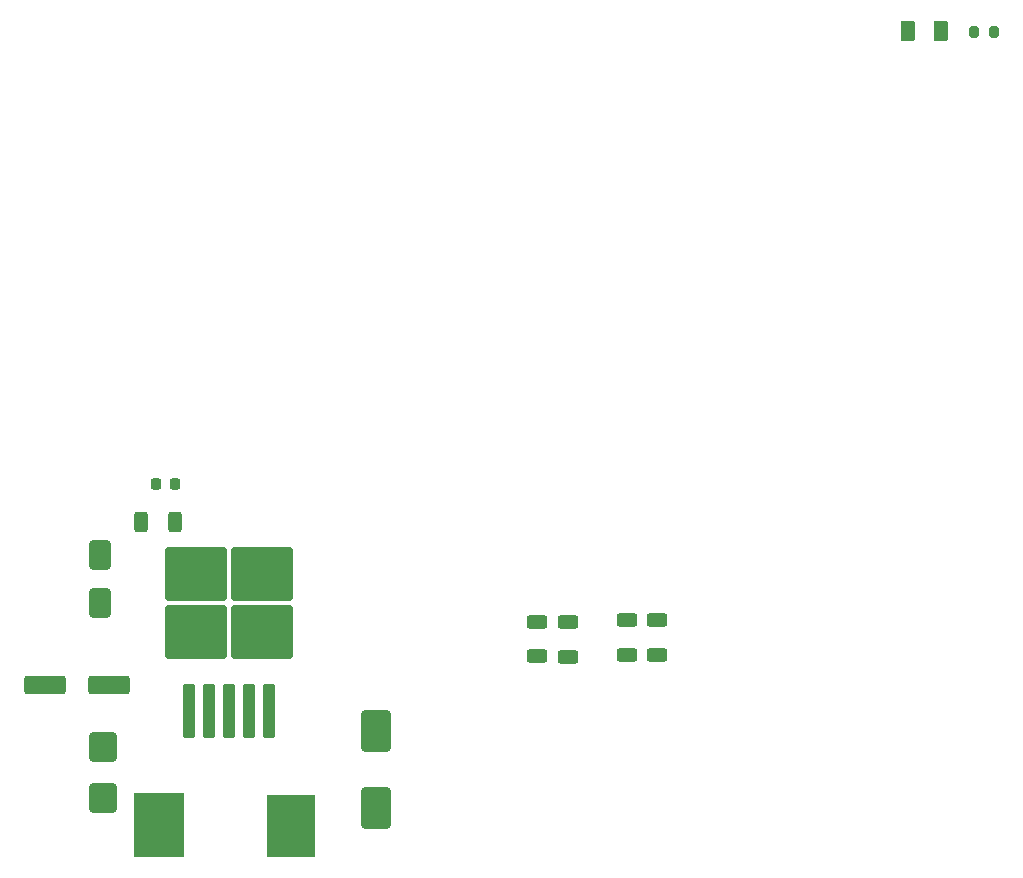
<source format=gbr>
%TF.GenerationSoftware,KiCad,Pcbnew,7.0.1*%
%TF.CreationDate,2023-10-29T13:19:35+05:30*%
%TF.ProjectId,MAZEBLAZE-V3,4d415a45-424c-4415-9a45-2d56332e6b69,rev?*%
%TF.SameCoordinates,Original*%
%TF.FileFunction,Paste,Top*%
%TF.FilePolarity,Positive*%
%FSLAX46Y46*%
G04 Gerber Fmt 4.6, Leading zero omitted, Abs format (unit mm)*
G04 Created by KiCad (PCBNEW 7.0.1) date 2023-10-29 13:19:35*
%MOMM*%
%LPD*%
G01*
G04 APERTURE LIST*
G04 Aperture macros list*
%AMRoundRect*
0 Rectangle with rounded corners*
0 $1 Rounding radius*
0 $2 $3 $4 $5 $6 $7 $8 $9 X,Y pos of 4 corners*
0 Add a 4 corners polygon primitive as box body*
4,1,4,$2,$3,$4,$5,$6,$7,$8,$9,$2,$3,0*
0 Add four circle primitives for the rounded corners*
1,1,$1+$1,$2,$3*
1,1,$1+$1,$4,$5*
1,1,$1+$1,$6,$7*
1,1,$1+$1,$8,$9*
0 Add four rect primitives between the rounded corners*
20,1,$1+$1,$2,$3,$4,$5,0*
20,1,$1+$1,$4,$5,$6,$7,0*
20,1,$1+$1,$6,$7,$8,$9,0*
20,1,$1+$1,$8,$9,$2,$3,0*%
G04 Aperture macros list end*
%ADD10RoundRect,0.250000X-0.625000X0.312500X-0.625000X-0.312500X0.625000X-0.312500X0.625000X0.312500X0*%
%ADD11RoundRect,0.250000X-1.000000X1.500000X-1.000000X-1.500000X1.000000X-1.500000X1.000000X1.500000X0*%
%ADD12RoundRect,0.218750X0.218750X0.256250X-0.218750X0.256250X-0.218750X-0.256250X0.218750X-0.256250X0*%
%ADD13RoundRect,0.250000X0.650000X-1.000000X0.650000X1.000000X-0.650000X1.000000X-0.650000X-1.000000X0*%
%ADD14RoundRect,0.250000X0.375000X0.625000X-0.375000X0.625000X-0.375000X-0.625000X0.375000X-0.625000X0*%
%ADD15R,4.194800X5.405100*%
%ADD16R,4.094800X5.305100*%
%ADD17RoundRect,0.250000X0.312500X0.625000X-0.312500X0.625000X-0.312500X-0.625000X0.312500X-0.625000X0*%
%ADD18RoundRect,0.200000X-0.200000X-0.275000X0.200000X-0.275000X0.200000X0.275000X-0.200000X0.275000X0*%
%ADD19RoundRect,0.250000X-0.900000X1.000000X-0.900000X-1.000000X0.900000X-1.000000X0.900000X1.000000X0*%
%ADD20RoundRect,0.250000X0.300000X-2.050000X0.300000X2.050000X-0.300000X2.050000X-0.300000X-2.050000X0*%
%ADD21RoundRect,0.250000X2.375000X-2.025000X2.375000X2.025000X-2.375000X2.025000X-2.375000X-2.025000X0*%
%ADD22RoundRect,0.250000X1.500000X0.550000X-1.500000X0.550000X-1.500000X-0.550000X1.500000X-0.550000X0*%
G04 APERTURE END LIST*
D10*
%TO.C,R6*%
X144570000Y-98297500D03*
X144570000Y-101222500D03*
%TD*%
D11*
%TO.C,C6*%
X120760000Y-107640000D03*
X120760000Y-114140000D03*
%TD*%
D12*
%TO.C,D2*%
X103710000Y-86740000D03*
X102135000Y-86740000D03*
%TD*%
D13*
%TO.C,D7*%
X97380000Y-96780000D03*
X97380000Y-92780000D03*
%TD*%
D10*
%TO.C,R4*%
X134400000Y-98397500D03*
X134400000Y-101322500D03*
%TD*%
D14*
%TO.C,D1*%
X168570000Y-48420000D03*
X165770000Y-48420000D03*
%TD*%
D15*
%TO.C,L3*%
X102384800Y-115630000D03*
D16*
X113540000Y-115680000D03*
%TD*%
D10*
%TO.C,R3*%
X136990000Y-98425000D03*
X136990000Y-101350000D03*
%TD*%
D17*
%TO.C,R2*%
X103730000Y-89940000D03*
X100805000Y-89940000D03*
%TD*%
D18*
%TO.C,R1*%
X171390000Y-48450000D03*
X173040000Y-48450000D03*
%TD*%
D10*
%TO.C,R5*%
X141960000Y-98267500D03*
X141960000Y-101192500D03*
%TD*%
D19*
%TO.C,D8*%
X97640000Y-109000000D03*
X97640000Y-113300000D03*
%TD*%
D20*
%TO.C,U5*%
X104885000Y-105965000D03*
X106585000Y-105965000D03*
X108285000Y-105965000D03*
D21*
X105510000Y-99240000D03*
X111060000Y-99240000D03*
X105510000Y-94390000D03*
X111060000Y-94390000D03*
D20*
X109985000Y-105965000D03*
X111685000Y-105965000D03*
%TD*%
D22*
%TO.C,C5*%
X98120000Y-103730000D03*
X92720000Y-103730000D03*
%TD*%
M02*

</source>
